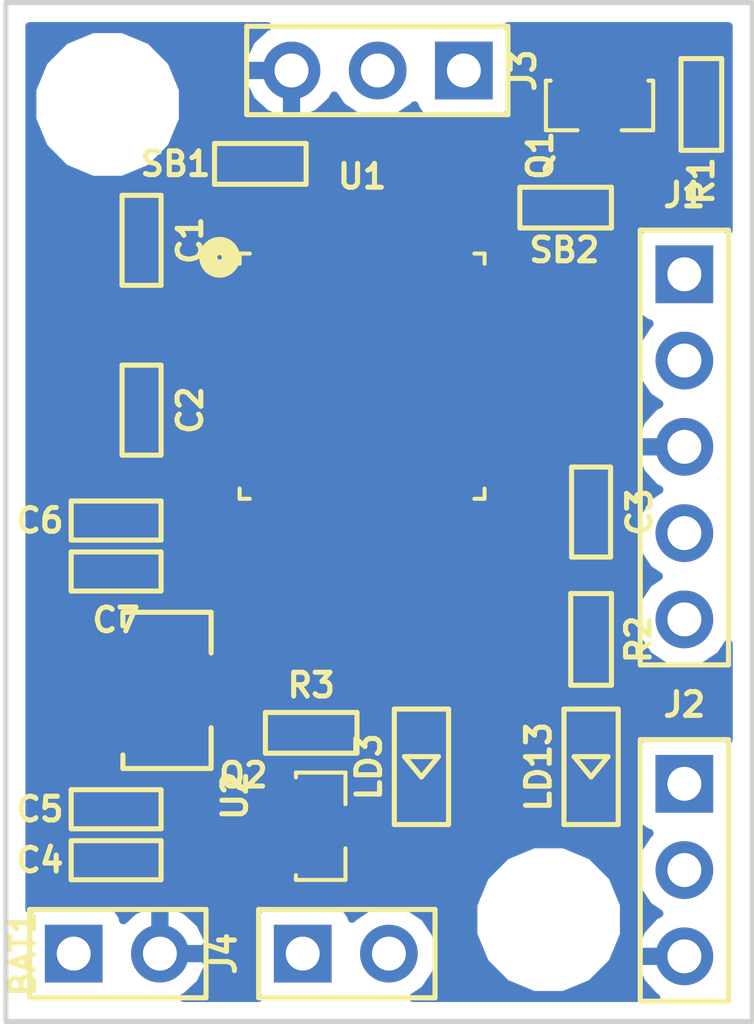
<source format=kicad_pcb>
(kicad_pcb (version 20171130) (host pcbnew 5.0.2-bee76a0~70~ubuntu18.04.1)

  (general
    (thickness 1.6)
    (drawings 4)
    (tracks 0)
    (zones 0)
    (modules 25)
    (nets 34)
  )

  (page A4)
  (title_block
    (date 2019-04-06)
  )

  (layers
    (0 F.Cu signal)
    (31 B.Cu signal)
    (32 B.Adhes user)
    (33 F.Adhes user)
    (34 B.Paste user)
    (35 F.Paste user)
    (36 B.SilkS user)
    (37 F.SilkS user)
    (38 B.Mask user)
    (39 F.Mask user)
    (40 Dwgs.User user)
    (41 Cmts.User user)
    (42 Eco1.User user)
    (43 Eco2.User user)
    (44 Edge.Cuts user)
    (45 Margin user)
    (46 B.CrtYd user)
    (47 F.CrtYd user)
    (48 B.Fab user)
    (49 F.Fab user)
  )

  (setup
    (last_trace_width 0.3)
    (trace_clearance 0.2)
    (zone_clearance 0.5)
    (zone_45_only no)
    (trace_min 0.2)
    (segment_width 0.2)
    (edge_width 0.15)
    (via_size 0.8)
    (via_drill 0.4)
    (via_min_size 0.4)
    (via_min_drill 0.3)
    (uvia_size 0.3)
    (uvia_drill 0.1)
    (uvias_allowed no)
    (uvia_min_size 0.2)
    (uvia_min_drill 0.1)
    (pcb_text_width 0.3)
    (pcb_text_size 1.5 1.5)
    (mod_edge_width 0.15)
    (mod_text_size 0.7 0.7)
    (mod_text_width 0.15)
    (pad_size 1.524 1.524)
    (pad_drill 0.762)
    (pad_to_mask_clearance 0.051)
    (solder_mask_min_width 0.25)
    (aux_axis_origin 0 0)
    (grid_origin 178 152)
    (visible_elements FFFFFF7F)
    (pcbplotparams
      (layerselection 0x010fc_ffffffff)
      (usegerberextensions false)
      (usegerberattributes false)
      (usegerberadvancedattributes false)
      (creategerberjobfile false)
      (excludeedgelayer true)
      (linewidth 0.100000)
      (plotframeref false)
      (viasonmask false)
      (mode 1)
      (useauxorigin false)
      (hpglpennumber 1)
      (hpglpenspeed 20)
      (hpglpendiameter 15.000000)
      (psnegative false)
      (psa4output false)
      (plotreference true)
      (plotvalue true)
      (plotinvisibletext false)
      (padsonsilk false)
      (subtractmaskfromsilk false)
      (outputformat 1)
      (mirror false)
      (drillshape 0)
      (scaleselection 1)
      (outputdirectory "Gerbers/"))
  )

  (net 0 "")
  (net 1 GND)
  (net 2 /NRST)
  (net 3 VDDA)
  (net 4 VCC)
  (net 5 /SENS_ENA)
  (net 6 "Net-(J4-Pad2)")
  (net 7 /PF0)
  (net 8 /PF1)
  (net 9 /BAT_LO)
  (net 10 /UART_TX)
  (net 11 /UART_RX)
  (net 12 "Net-(LD13-Pad2)")
  (net 13 /OUT1)
  (net 14 "Net-(LD3-Pad2)")
  (net 15 /SWDIO)
  (net 16 /SWCLK)
  (net 17 /PA11)
  (net 18 /ADC_SOIL1)
  (net 19 +5V)
  (net 20 "Net-(U1-Pad8)")
  (net 21 "Net-(U1-Pad9)")
  (net 22 "Net-(U1-Pad10)")
  (net 23 "Net-(U1-Pad11)")
  (net 24 "Net-(U1-Pad12)")
  (net 25 "Net-(U1-Pad13)")
  (net 26 "Net-(U1-Pad14)")
  (net 27 "Net-(U1-Pad22)")
  (net 28 "Net-(U1-Pad25)")
  (net 29 "Net-(U1-Pad26)")
  (net 30 "Net-(U1-Pad28)")
  (net 31 "Net-(U1-Pad29)")
  (net 32 "Net-(U1-Pad30)")
  (net 33 "Net-(SB1-Pad2)")

  (net_class Default "This is the default net class."
    (clearance 0.2)
    (trace_width 0.3)
    (via_dia 0.8)
    (via_drill 0.4)
    (uvia_dia 0.3)
    (uvia_drill 0.1)
    (add_net +5V)
    (add_net /ADC_SOIL1)
    (add_net /BAT_LO)
    (add_net /NRST)
    (add_net /OUT1)
    (add_net /PA11)
    (add_net /PF0)
    (add_net /PF1)
    (add_net /SENS_ENA)
    (add_net /SWCLK)
    (add_net /SWDIO)
    (add_net /UART_RX)
    (add_net /UART_TX)
    (add_net GND)
    (add_net "Net-(J4-Pad2)")
    (add_net "Net-(LD13-Pad2)")
    (add_net "Net-(LD3-Pad2)")
    (add_net "Net-(SB1-Pad2)")
    (add_net "Net-(U1-Pad10)")
    (add_net "Net-(U1-Pad11)")
    (add_net "Net-(U1-Pad12)")
    (add_net "Net-(U1-Pad13)")
    (add_net "Net-(U1-Pad14)")
    (add_net "Net-(U1-Pad22)")
    (add_net "Net-(U1-Pad25)")
    (add_net "Net-(U1-Pad26)")
    (add_net "Net-(U1-Pad28)")
    (add_net "Net-(U1-Pad29)")
    (add_net "Net-(U1-Pad30)")
    (add_net "Net-(U1-Pad8)")
    (add_net "Net-(U1-Pad9)")
    (add_net VCC)
    (add_net VDDA)
  )

  (module MRS_Connectors:SB0603 (layer F.Cu) (tedit 5CF92BEB) (tstamp 5CF94983)
    (at 228.5 87.0375 180)
    (path /5D002CD0)
    (fp_text reference SB2 (at 0.0375 -1.25 180) (layer F.SilkS)
      (effects (font (size 0.7 0.7) (thickness 0.15)))
    )
    (fp_text value SolderBridge (at 0 -1.25 180) (layer F.Fab) hide
      (effects (font (size 1 1) (thickness 0.15)))
    )
    (fp_text user %R (at 0.01 0.02 180) (layer F.Fab)
      (effects (font (size 0.4 0.4) (thickness 0.06)))
    )
    (fp_line (start -1.35 -0.6) (end -1.35 0.6) (layer F.SilkS) (width 0.15))
    (fp_poly (pts (xy -0.35 -0.475) (xy -0.35 0.475) (xy 0.01 0)) (layer F.Mask) (width 0))
    (fp_poly (pts (xy 0.35 -0.475) (xy 0.35 0.475) (xy -0.1 0.475) (xy 0.3 0)
      (xy -0.1 -0.475)) (layer F.Mask) (width 0))
    (fp_line (start -1.35 -0.6) (end 1.35 -0.6) (layer F.SilkS) (width 0.15))
    (fp_line (start 1.48 -0.73) (end 1.48 0.73) (layer F.CrtYd) (width 0.05))
    (fp_poly (pts (xy 0.35 -0.475) (xy 0.35 0.475) (xy -0.1 0.475) (xy 0.25 0)
      (xy -0.1 -0.475)) (layer F.Cu) (width 0))
    (fp_line (start 1.48 0.73) (end -1.48 0.73) (layer F.CrtYd) (width 0.05))
    (fp_poly (pts (xy -0.35 -0.475) (xy -0.35 0.475) (xy 0.01 0)) (layer F.Cu) (width 0))
    (fp_line (start 1.35 -0.6) (end 1.35 0.6) (layer F.SilkS) (width 0.15))
    (fp_line (start -1.35 0.6) (end 1.35 0.6) (layer F.SilkS) (width 0.15))
    (fp_line (start -1.48 -0.73) (end 1.48 -0.73) (layer F.CrtYd) (width 0.05))
    (fp_line (start -1.48 0.73) (end -1.48 -0.73) (layer F.CrtYd) (width 0.05))
    (fp_line (start 1.35 0.6) (end -1.35 0.6) (layer F.Fab) (width 0.15))
    (fp_line (start -1.35 -0.6) (end 1.35 -0.6) (layer F.Fab) (width 0.15))
    (fp_line (start 1.35 -0.6) (end 1.35 0.6) (layer F.Fab) (width 0.15))
    (fp_line (start -1.35 0.6) (end -1.35 -0.6) (layer F.Fab) (width 0.15))
    (pad 1 smd rect (at -0.7875 0 180) (size 0.875 0.95) (layers F.Cu F.Mask)
      (net 4 VCC) (zone_connect 0))
    (pad 2 smd rect (at 0.7875 0 180) (size 0.875 0.95) (layers F.Cu F.Mask)
      (net 3 VDDA))
  )

  (module MRS_Connectors:Header_1x02_P2.54mm (layer F.Cu) (tedit 5CF92883) (tstamp 5CF940FC)
    (at 214 109 90)
    (descr "Through hole straight pin header, 1x02, 2.54mm pitch, single row")
    (tags "Through hole pin header THT 1x02 2.54mm single row")
    (path /5CA6EBCF)
    (fp_text reference BAT1 (at 0 -1.5 90) (layer F.SilkS)
      (effects (font (size 0.7 0.7) (thickness 0.15)))
    )
    (fp_text value Battery (at 0 4.87 90) (layer F.Fab) hide
      (effects (font (size 1 1) (thickness 0.15)))
    )
    (fp_line (start -1.3 3.9) (end -1.3 3.8) (layer F.SilkS) (width 0.15))
    (fp_line (start 1.3 3.9) (end -1.3 3.9) (layer F.SilkS) (width 0.15))
    (fp_line (start 1.3 -1.3) (end 1.3 3.9) (layer F.SilkS) (width 0.15))
    (fp_line (start -1.3 -1.3) (end 1.3 -1.3) (layer F.SilkS) (width 0.15))
    (fp_line (start -1.3 3.8) (end -1.3 -1.3) (layer F.SilkS) (width 0.15))
    (fp_text user %R (at 0 1.27) (layer F.Fab)
      (effects (font (size 1 1) (thickness 0.15)))
    )
    (fp_line (start 1.8 -1.8) (end -1.8 -1.8) (layer F.CrtYd) (width 0.05))
    (fp_line (start 1.8 4.35) (end 1.8 -1.8) (layer F.CrtYd) (width 0.05))
    (fp_line (start -1.8 4.35) (end 1.8 4.35) (layer F.CrtYd) (width 0.05))
    (fp_line (start -1.8 -1.8) (end -1.8 4.35) (layer F.CrtYd) (width 0.05))
    (fp_line (start -1.27 -0.635) (end -0.635 -1.27) (layer F.Fab) (width 0.1))
    (fp_line (start -1.27 3.81) (end -1.27 -0.635) (layer F.Fab) (width 0.1))
    (fp_line (start 1.27 3.81) (end -1.27 3.81) (layer F.Fab) (width 0.1))
    (fp_line (start 1.27 -1.27) (end 1.27 3.81) (layer F.Fab) (width 0.1))
    (fp_line (start -0.635 -1.27) (end 1.27 -1.27) (layer F.Fab) (width 0.1))
    (pad 2 thru_hole oval (at 0 2.54 90) (size 1.7 1.7) (drill 1) (layers *.Cu *.Mask)
      (net 1 GND))
    (pad 1 thru_hole rect (at 0 0 90) (size 1.7 1.7) (drill 1) (layers *.Cu *.Mask)
      (net 19 +5V))
  )

  (module MRS_Connectors:Header_1x02_P2.54mm (layer F.Cu) (tedit 5CF92A7C) (tstamp 5CF940E8)
    (at 220.75 109 90)
    (descr "Through hole straight pin header, 1x02, 2.54mm pitch, single row")
    (tags "Through hole pin header THT 1x02 2.54mm single row")
    (path /5D028386)
    (fp_text reference J4 (at 0 -2.33 90) (layer F.SilkS)
      (effects (font (size 0.7 0.7) (thickness 0.15)))
    )
    (fp_text value Header_1x2 (at 0 4.87 90) (layer F.Fab) hide
      (effects (font (size 1 1) (thickness 0.15)))
    )
    (fp_line (start -0.635 -1.27) (end 1.27 -1.27) (layer F.Fab) (width 0.1))
    (fp_line (start 1.27 -1.27) (end 1.27 3.81) (layer F.Fab) (width 0.1))
    (fp_line (start 1.27 3.81) (end -1.27 3.81) (layer F.Fab) (width 0.1))
    (fp_line (start -1.27 3.81) (end -1.27 -0.635) (layer F.Fab) (width 0.1))
    (fp_line (start -1.27 -0.635) (end -0.635 -1.27) (layer F.Fab) (width 0.1))
    (fp_line (start -1.8 -1.8) (end -1.8 4.35) (layer F.CrtYd) (width 0.05))
    (fp_line (start -1.8 4.35) (end 1.8 4.35) (layer F.CrtYd) (width 0.05))
    (fp_line (start 1.8 4.35) (end 1.8 -1.8) (layer F.CrtYd) (width 0.05))
    (fp_line (start 1.8 -1.8) (end -1.8 -1.8) (layer F.CrtYd) (width 0.05))
    (fp_text user %R (at 0 1.27 180) (layer F.Fab)
      (effects (font (size 1 1) (thickness 0.15)))
    )
    (fp_line (start -1.3 3.8) (end -1.3 -1.3) (layer F.SilkS) (width 0.15))
    (fp_line (start -1.3 -1.3) (end 1.3 -1.3) (layer F.SilkS) (width 0.15))
    (fp_line (start 1.3 -1.3) (end 1.3 3.9) (layer F.SilkS) (width 0.15))
    (fp_line (start 1.3 3.9) (end -1.3 3.9) (layer F.SilkS) (width 0.15))
    (fp_line (start -1.3 3.9) (end -1.3 3.8) (layer F.SilkS) (width 0.15))
    (pad 1 thru_hole rect (at 0 0 90) (size 1.7 1.7) (drill 1) (layers *.Cu *.Mask)
      (net 19 +5V))
    (pad 2 thru_hole oval (at 0 2.54 90) (size 1.7 1.7) (drill 1) (layers *.Cu *.Mask)
      (net 6 "Net-(J4-Pad2)"))
  )

  (module MRS_Connectors:Header_1x03_P2.54mm (layer F.Cu) (tedit 5CF92879) (tstamp 5CF940D4)
    (at 232 104)
    (descr "Through hole straight pin header, 1x03, 2.54mm pitch, single row")
    (tags "Through hole pin header THT 1x03 2.54mm single row")
    (path /5D0289F1)
    (fp_text reference J2 (at 0 -2.33) (layer F.SilkS)
      (effects (font (size 0.7 0.7) (thickness 0.15)))
    )
    (fp_text value Header_1x3 (at 0 7.41) (layer F.Fab) hide
      (effects (font (size 1 1) (thickness 0.15)))
    )
    (fp_line (start 1.3 6.4) (end 1.3 -1.3) (layer F.SilkS) (width 0.15))
    (fp_line (start -1.3 6.4) (end 1.3 6.4) (layer F.SilkS) (width 0.15))
    (fp_line (start -1.3 -1.3) (end -1.3 6.4) (layer F.SilkS) (width 0.15))
    (fp_line (start 1.3 -1.3) (end -1.3 -1.3) (layer F.SilkS) (width 0.15))
    (fp_text user %R (at 0 2.54 90) (layer F.Fab)
      (effects (font (size 1 1) (thickness 0.15)))
    )
    (fp_line (start 1.8 -1.8) (end -1.8 -1.8) (layer F.CrtYd) (width 0.05))
    (fp_line (start 1.8 6.85) (end 1.8 -1.8) (layer F.CrtYd) (width 0.05))
    (fp_line (start -1.8 6.85) (end 1.8 6.85) (layer F.CrtYd) (width 0.05))
    (fp_line (start -1.8 -1.8) (end -1.8 6.85) (layer F.CrtYd) (width 0.05))
    (fp_line (start -1.27 -0.635) (end -0.635 -1.27) (layer F.Fab) (width 0.1))
    (fp_line (start -1.27 6.35) (end -1.27 -0.635) (layer F.Fab) (width 0.1))
    (fp_line (start 1.27 6.35) (end -1.27 6.35) (layer F.Fab) (width 0.1))
    (fp_line (start 1.27 -1.27) (end 1.27 6.35) (layer F.Fab) (width 0.1))
    (fp_line (start -0.635 -1.27) (end 1.27 -1.27) (layer F.Fab) (width 0.1))
    (pad 3 thru_hole oval (at 0 5.08) (size 1.7 1.7) (drill 1) (layers *.Cu *.Mask)
      (net 1 GND))
    (pad 2 thru_hole oval (at 0 2.54) (size 1.7 1.7) (drill 1) (layers *.Cu *.Mask)
      (net 11 /UART_RX))
    (pad 1 thru_hole rect (at 0 0) (size 1.7 1.7) (drill 1) (layers *.Cu *.Mask)
      (net 10 /UART_TX))
  )

  (module MRS_Connectors:Header_1x03_P2.54mm (layer F.Cu) (tedit 5CF92B34) (tstamp 5CF940C0)
    (at 225.5 83 270)
    (descr "Through hole straight pin header, 1x03, 2.54mm pitch, single row")
    (tags "Through hole pin header THT 1x03 2.54mm single row")
    (path /5D0282F4)
    (fp_text reference J3 (at 0 -1.75 270) (layer F.SilkS)
      (effects (font (size 0.7 0.7) (thickness 0.15)))
    )
    (fp_text value Header_1x3 (at 0 7.41 270) (layer F.Fab) hide
      (effects (font (size 1 1) (thickness 0.15)))
    )
    (fp_line (start -0.635 -1.27) (end 1.27 -1.27) (layer F.Fab) (width 0.1))
    (fp_line (start 1.27 -1.27) (end 1.27 6.35) (layer F.Fab) (width 0.1))
    (fp_line (start 1.27 6.35) (end -1.27 6.35) (layer F.Fab) (width 0.1))
    (fp_line (start -1.27 6.35) (end -1.27 -0.635) (layer F.Fab) (width 0.1))
    (fp_line (start -1.27 -0.635) (end -0.635 -1.27) (layer F.Fab) (width 0.1))
    (fp_line (start -1.8 -1.8) (end -1.8 6.85) (layer F.CrtYd) (width 0.05))
    (fp_line (start -1.8 6.85) (end 1.8 6.85) (layer F.CrtYd) (width 0.05))
    (fp_line (start 1.8 6.85) (end 1.8 -1.8) (layer F.CrtYd) (width 0.05))
    (fp_line (start 1.8 -1.8) (end -1.8 -1.8) (layer F.CrtYd) (width 0.05))
    (fp_text user %R (at 0 2.54) (layer F.Fab)
      (effects (font (size 1 1) (thickness 0.15)))
    )
    (fp_line (start 1.3 -1.3) (end -1.3 -1.3) (layer F.SilkS) (width 0.15))
    (fp_line (start -1.3 -1.3) (end -1.3 6.4) (layer F.SilkS) (width 0.15))
    (fp_line (start -1.3 6.4) (end 1.3 6.4) (layer F.SilkS) (width 0.15))
    (fp_line (start 1.3 6.4) (end 1.3 -1.3) (layer F.SilkS) (width 0.15))
    (pad 1 thru_hole rect (at 0 0 270) (size 1.7 1.7) (drill 1) (layers *.Cu *.Mask)
      (net 3 VDDA))
    (pad 2 thru_hole oval (at 0 2.54 270) (size 1.7 1.7) (drill 1) (layers *.Cu *.Mask)
      (net 18 /ADC_SOIL1))
    (pad 3 thru_hole oval (at 0 5.08 270) (size 1.7 1.7) (drill 1) (layers *.Cu *.Mask)
      (net 1 GND))
  )

  (module MRS_Connectors:Header_1x05_P2.54mm (layer F.Cu) (tedit 5C6BD4CF) (tstamp 5CF92E74)
    (at 232 89)
    (descr "Through hole straight pin header, 1x05, 2.54mm pitch, single row")
    (tags "Through hole pin header THT 1x05 2.54mm single row")
    (path /5CAE6D61)
    (fp_text reference J1 (at 0 -2.33) (layer F.SilkS)
      (effects (font (size 0.7 0.7) (thickness 0.15)))
    )
    (fp_text value SWO (at 0 12.49) (layer F.Fab)
      (effects (font (size 1 1) (thickness 0.15)))
    )
    (fp_line (start -0.635 -1.27) (end 1.27 -1.27) (layer F.Fab) (width 0.1))
    (fp_line (start 1.27 -1.27) (end 1.27 11.43) (layer F.Fab) (width 0.1))
    (fp_line (start 1.27 11.43) (end -1.27 11.43) (layer F.Fab) (width 0.1))
    (fp_line (start -1.27 11.43) (end -1.27 -0.635) (layer F.Fab) (width 0.1))
    (fp_line (start -1.27 -0.635) (end -0.635 -1.27) (layer F.Fab) (width 0.1))
    (fp_line (start -1.8 -1.8) (end -1.8 11.95) (layer F.CrtYd) (width 0.05))
    (fp_line (start -1.8 11.95) (end 1.8 11.95) (layer F.CrtYd) (width 0.05))
    (fp_line (start 1.8 11.95) (end 1.8 -1.8) (layer F.CrtYd) (width 0.05))
    (fp_line (start 1.8 -1.8) (end -1.8 -1.8) (layer F.CrtYd) (width 0.05))
    (fp_text user %R (at 0 5.08 90) (layer F.Fab)
      (effects (font (size 1 1) (thickness 0.15)))
    )
    (fp_line (start 1.3 -1.3) (end -1.3 -1.3) (layer F.SilkS) (width 0.15))
    (fp_line (start -1.3 -1.3) (end -1.3 11.5) (layer F.SilkS) (width 0.15))
    (fp_line (start -1.3 11.5) (end 1.3 11.5) (layer F.SilkS) (width 0.15))
    (fp_line (start 1.3 11.5) (end 1.3 -1.3) (layer F.SilkS) (width 0.15))
    (pad 1 thru_hole rect (at 0 0) (size 1.7 1.7) (drill 1) (layers *.Cu *.Mask)
      (net 4 VCC))
    (pad 2 thru_hole oval (at 0 2.54) (size 1.7 1.7) (drill 1) (layers *.Cu *.Mask)
      (net 16 /SWCLK))
    (pad 3 thru_hole oval (at 0 5.08) (size 1.7 1.7) (drill 1) (layers *.Cu *.Mask)
      (net 1 GND))
    (pad 4 thru_hole oval (at 0 7.62) (size 1.7 1.7) (drill 1) (layers *.Cu *.Mask)
      (net 15 /SWDIO))
    (pad 5 thru_hole oval (at 0 10.16) (size 1.7 1.7) (drill 1) (layers *.Cu *.Mask)
      (net 2 /NRST))
  )

  (module MRS_Connectors:SB0603 (layer F.Cu) (tedit 5CF92847) (tstamp 5CF92E1C)
    (at 219.5 85.75)
    (path /5D028FCF)
    (fp_text reference SB1 (at -2.5 0) (layer F.SilkS)
      (effects (font (size 0.7 0.7) (thickness 0.15)))
    )
    (fp_text value SolderBridge (at 0 -1.25) (layer F.Fab) hide
      (effects (font (size 1 1) (thickness 0.15)))
    )
    (fp_text user %R (at 0.01 0.02) (layer F.Fab)
      (effects (font (size 0.4 0.4) (thickness 0.06)))
    )
    (fp_line (start -1.35 -0.6) (end -1.35 0.6) (layer F.SilkS) (width 0.15))
    (fp_poly (pts (xy -0.35 -0.475) (xy -0.35 0.475) (xy 0.01 0)) (layer F.Mask) (width 0))
    (fp_poly (pts (xy 0.35 -0.475) (xy 0.35 0.475) (xy -0.1 0.475) (xy 0.3 0)
      (xy -0.1 -0.475)) (layer F.Mask) (width 0))
    (fp_line (start -1.35 -0.6) (end 1.35 -0.6) (layer F.SilkS) (width 0.15))
    (fp_line (start 1.48 -0.73) (end 1.48 0.73) (layer F.CrtYd) (width 0.05))
    (fp_poly (pts (xy 0.35 -0.475) (xy 0.35 0.475) (xy -0.1 0.475) (xy 0.25 0)
      (xy -0.1 -0.475)) (layer F.Cu) (width 0))
    (fp_line (start 1.48 0.73) (end -1.48 0.73) (layer F.CrtYd) (width 0.05))
    (fp_poly (pts (xy -0.35 -0.475) (xy -0.35 0.475) (xy 0.01 0)) (layer F.Cu) (width 0))
    (fp_line (start 1.35 -0.6) (end 1.35 0.6) (layer F.SilkS) (width 0.15))
    (fp_line (start -1.35 0.6) (end 1.35 0.6) (layer F.SilkS) (width 0.15))
    (fp_line (start -1.48 -0.73) (end 1.48 -0.73) (layer F.CrtYd) (width 0.05))
    (fp_line (start -1.48 0.73) (end -1.48 -0.73) (layer F.CrtYd) (width 0.05))
    (fp_line (start 1.35 0.6) (end -1.35 0.6) (layer F.Fab) (width 0.15))
    (fp_line (start -1.35 -0.6) (end 1.35 -0.6) (layer F.Fab) (width 0.15))
    (fp_line (start 1.35 -0.6) (end 1.35 0.6) (layer F.Fab) (width 0.15))
    (fp_line (start -1.35 0.6) (end -1.35 -0.6) (layer F.Fab) (width 0.15))
    (pad 1 smd rect (at -0.7875 0) (size 0.875 0.95) (layers F.Cu F.Mask)
      (net 1 GND) (zone_connect 0))
    (pad 2 smd rect (at 0.7875 0) (size 0.875 0.95) (layers F.Cu F.Mask)
      (net 33 "Net-(SB1-Pad2)"))
  )

  (module MRS_Diodes:LED_0805 (layer F.Cu) (tedit 5CF92CEC) (tstamp 5CF92E05)
    (at 224.25 103.5 90)
    (path /5CA03BD4)
    (fp_text reference LD3 (at 0 -1.55 90) (layer F.SilkS)
      (effects (font (size 0.7 0.7) (thickness 0.15)))
    )
    (fp_text value ORANGE (at 0 1.7 90) (layer F.Fab) hide
      (effects (font (size 1 1) (thickness 0.15)))
    )
    (fp_line (start -0.3 0) (end 0.3 -0.5) (layer F.SilkS) (width 0.15))
    (fp_line (start 0.3 0.5) (end -0.3 0) (layer F.SilkS) (width 0.15))
    (fp_line (start 0.3 -0.5) (end 0.3 0.5) (layer F.SilkS) (width 0.15))
    (fp_line (start -1.5 -0.8) (end 1.5 -0.8) (layer F.Fab) (width 0.1))
    (fp_line (start 1.5 -0.8) (end 1.5 0.8) (layer F.Fab) (width 0.1))
    (fp_text user %R (at 0 0 90) (layer F.Fab)
      (effects (font (size 0.7 0.7) (thickness 0.1)))
    )
    (fp_line (start 1.5 0.8) (end -1.5 0.8) (layer F.Fab) (width 0.1))
    (fp_line (start -1.5 0.8) (end -1.5 -0.8) (layer F.Fab) (width 0.1))
    (fp_line (start -1.7 0.8) (end -1.7 -0.8) (layer F.SilkS) (width 0.15))
    (fp_line (start 1.7 0.8) (end -1.7 0.8) (layer F.SilkS) (width 0.15))
    (fp_line (start 1.7 -0.8) (end 1.7 0.8) (layer F.SilkS) (width 0.15))
    (fp_line (start -1.7 -0.8) (end 1.7 -0.8) (layer F.SilkS) (width 0.15))
    (fp_line (start 1.85 0.95) (end -1.85 0.95) (layer F.CrtYd) (width 0.05))
    (fp_line (start 1.85 -0.95) (end 1.85 0.95) (layer F.CrtYd) (width 0.05))
    (fp_line (start -1.85 -0.95) (end 1.85 -0.95) (layer F.CrtYd) (width 0.05))
    (fp_line (start -1.85 0.95) (end -1.85 -0.95) (layer F.CrtYd) (width 0.05))
    (pad 2 smd rect (at 1.025 0 90) (size 1.15 1.4) (layers F.Cu F.Paste F.Mask)
      (net 14 "Net-(LD3-Pad2)"))
    (pad 1 smd rect (at -1.025 0 90) (size 1.15 1.4) (layers F.Cu F.Paste F.Mask)
      (net 1 GND))
    (model ${MRS_LIBS}/MRS_Diodes/3D_Models/LED_0805_2012Metric_Castellated.step
      (at (xyz 0 0 0))
      (scale (xyz 1 1 1))
      (rotate (xyz 0 0 0))
    )
  )

  (module MRS_Diodes:LED_0805 (layer F.Cu) (tedit 5CF92EC9) (tstamp 5CF92DEF)
    (at 229.25 103.5 90)
    (path /5CA03D99)
    (fp_text reference LD13 (at 0 -1.55 90) (layer F.SilkS)
      (effects (font (size 0.7 0.7) (thickness 0.15)))
    )
    (fp_text value RED (at 0 1.7 90) (layer F.Fab) hide
      (effects (font (size 1 1) (thickness 0.15)))
    )
    (fp_line (start -1.85 0.95) (end -1.85 -0.95) (layer F.CrtYd) (width 0.05))
    (fp_line (start -1.85 -0.95) (end 1.85 -0.95) (layer F.CrtYd) (width 0.05))
    (fp_line (start 1.85 -0.95) (end 1.85 0.95) (layer F.CrtYd) (width 0.05))
    (fp_line (start 1.85 0.95) (end -1.85 0.95) (layer F.CrtYd) (width 0.05))
    (fp_line (start -1.7 -0.8) (end 1.7 -0.8) (layer F.SilkS) (width 0.15))
    (fp_line (start 1.7 -0.8) (end 1.7 0.8) (layer F.SilkS) (width 0.15))
    (fp_line (start 1.7 0.8) (end -1.7 0.8) (layer F.SilkS) (width 0.15))
    (fp_line (start -1.7 0.8) (end -1.7 -0.8) (layer F.SilkS) (width 0.15))
    (fp_line (start -1.5 0.8) (end -1.5 -0.8) (layer F.Fab) (width 0.1))
    (fp_line (start 1.5 0.8) (end -1.5 0.8) (layer F.Fab) (width 0.1))
    (fp_text user %R (at 0 0 90) (layer F.Fab)
      (effects (font (size 0.7 0.7) (thickness 0.1)))
    )
    (fp_line (start 1.5 -0.8) (end 1.5 0.8) (layer F.Fab) (width 0.1))
    (fp_line (start -1.5 -0.8) (end 1.5 -0.8) (layer F.Fab) (width 0.1))
    (fp_line (start 0.3 -0.5) (end 0.3 0.5) (layer F.SilkS) (width 0.15))
    (fp_line (start 0.3 0.5) (end -0.3 0) (layer F.SilkS) (width 0.15))
    (fp_line (start -0.3 0) (end 0.3 -0.5) (layer F.SilkS) (width 0.15))
    (pad 1 smd rect (at -1.025 0 90) (size 1.15 1.4) (layers F.Cu F.Paste F.Mask)
      (net 1 GND))
    (pad 2 smd rect (at 1.025 0 90) (size 1.15 1.4) (layers F.Cu F.Paste F.Mask)
      (net 12 "Net-(LD13-Pad2)"))
    (model ${MRS_LIBS}/MRS_Diodes/3D_Models/LED_0805_2012Metric_Castellated.step
      (at (xyz 0 0 0))
      (scale (xyz 1 1 1))
      (rotate (xyz 0 0 0))
    )
  )

  (module MRS_Mechanical:Mounting_hole_unplated_3,2mm (layer F.Cu) (tedit 5CAEFFE3) (tstamp 5CF964DB)
    (at 215 84)
    (path /5CB29AA5)
    (fp_text reference H1 (at 0 2.275) (layer F.SilkS) hide
      (effects (font (size 0.7 0.7) (thickness 0.15)))
    )
    (fp_text value Mounting_hole_unplated_3,2mm (at 0 -2.25) (layer F.Fab) hide
      (effects (font (size 1 1) (thickness 0.15)))
    )
    (fp_circle (center 0 0) (end 1.6 0) (layer F.Fab) (width 0.1))
    (fp_circle (center 0 0) (end 1.6 0) (layer B.Fab) (width 0.1))
    (fp_circle (center 0 0) (end 1.75 0) (layer B.CrtYd) (width 0.1))
    (fp_circle (center 0 0) (end 1.75 0) (layer F.CrtYd) (width 0.1))
    (pad "" np_thru_hole circle (at 0 0) (size 3.2 3.2) (drill 3.2) (layers *.Cu *.Mask))
  )

  (module MRS_Mechanical:Mounting_hole_unplated_3,2mm (layer F.Cu) (tedit 5CAEFFE3) (tstamp 5CF92DC7)
    (at 228 108)
    (path /5CB07C28)
    (fp_text reference H2 (at 0 2.275) (layer F.SilkS) hide
      (effects (font (size 0.7 0.7) (thickness 0.15)))
    )
    (fp_text value Mounting_hole_unplated_3,2mm (at 0 -2.25) (layer F.Fab) hide
      (effects (font (size 1 1) (thickness 0.15)))
    )
    (fp_circle (center 0 0) (end 1.6 0) (layer F.Fab) (width 0.1))
    (fp_circle (center 0 0) (end 1.6 0) (layer B.Fab) (width 0.1))
    (fp_circle (center 0 0) (end 1.75 0) (layer B.CrtYd) (width 0.1))
    (fp_circle (center 0 0) (end 1.75 0) (layer F.CrtYd) (width 0.1))
    (pad "" np_thru_hole circle (at 0 0) (size 3.2 3.2) (drill 3.2) (layers *.Cu *.Mask))
  )

  (module MRS_Passives:C0603 (layer F.Cu) (tedit 5CF928F9) (tstamp 5CF92DBE)
    (at 216 88 270)
    (descr "Capacitor SMD 0603 (1608 Metric), square (rectangular) end terminal, IPC_7351 nominal, (Body size source: http://www.tortai-tech.com/upload/download/2011102023233369053.pdf), generated with kicad-footprint-generator")
    (tags capacitor)
    (path /5CA1A1FA)
    (attr smd)
    (fp_text reference C1 (at 0 -1.43 270) (layer F.SilkS)
      (effects (font (size 0.7 0.7) (thickness 0.15)))
    )
    (fp_text value 1uF (at 0 1.43 270) (layer F.Fab) hide
      (effects (font (size 1 1) (thickness 0.15)))
    )
    (fp_line (start -1.3 -0.55) (end 1.3 -0.55) (layer F.Fab) (width 0.1))
    (fp_line (start 1.3 -0.55) (end 1.3 0.55) (layer F.Fab) (width 0.1))
    (fp_line (start -1.48 0.73) (end -1.48 -0.73) (layer F.CrtYd) (width 0.05))
    (fp_line (start -1.48 -0.73) (end 1.48 -0.73) (layer F.CrtYd) (width 0.05))
    (fp_line (start 1.48 -0.73) (end 1.48 0.73) (layer F.CrtYd) (width 0.05))
    (fp_line (start 1.48 0.73) (end -1.48 0.73) (layer F.CrtYd) (width 0.05))
    (fp_text user %R (at 0 0 270) (layer F.Fab)
      (effects (font (size 0.6 0.6) (thickness 0.1)))
    )
    (fp_line (start -1.325 -0.575) (end 1.325 -0.575) (layer F.SilkS) (width 0.15))
    (fp_line (start 1.325 -0.575) (end 1.325 0.575) (layer F.SilkS) (width 0.15))
    (fp_line (start 1.325 0.575) (end -1.325 0.575) (layer F.SilkS) (width 0.15))
    (fp_line (start -1.325 0.575) (end -1.325 -0.575) (layer F.SilkS) (width 0.15))
    (fp_line (start -1.3 0.55) (end -1.3 -0.55) (layer F.Fab) (width 0.1))
    (fp_line (start 1.3 0.55) (end -1.3 0.55) (layer F.Fab) (width 0.1))
    (pad 1 smd roundrect (at -0.7875 0 270) (size 0.875 0.95) (layers F.Cu F.Paste F.Mask) (roundrect_rratio 0.25)
      (net 4 VCC))
    (pad 2 smd roundrect (at 0.7875 0 270) (size 0.875 0.95) (layers F.Cu F.Paste F.Mask) (roundrect_rratio 0.25)
      (net 1 GND))
    (model ${MRS_LIBS}/MRS_Passives/3D_Models/C_0603_1608Metric.step
      (at (xyz 0 0 0))
      (scale (xyz 1 1 1))
      (rotate (xyz 0 0 0))
    )
  )

  (module MRS_Passives:C0603 (layer F.Cu) (tedit 5CF928D7) (tstamp 5CF92DAB)
    (at 216 93 270)
    (descr "Capacitor SMD 0603 (1608 Metric), square (rectangular) end terminal, IPC_7351 nominal, (Body size source: http://www.tortai-tech.com/upload/download/2011102023233369053.pdf), generated with kicad-footprint-generator")
    (tags capacitor)
    (path /5CA1AEDD)
    (attr smd)
    (fp_text reference C2 (at 0 -1.43 270) (layer F.SilkS)
      (effects (font (size 0.7 0.7) (thickness 0.15)))
    )
    (fp_text value 0.1uF (at 0 1.43 270) (layer F.Fab) hide
      (effects (font (size 1 1) (thickness 0.15)))
    )
    (fp_line (start 1.3 0.55) (end -1.3 0.55) (layer F.Fab) (width 0.1))
    (fp_line (start -1.3 0.55) (end -1.3 -0.55) (layer F.Fab) (width 0.1))
    (fp_line (start -1.325 0.575) (end -1.325 -0.575) (layer F.SilkS) (width 0.15))
    (fp_line (start 1.325 0.575) (end -1.325 0.575) (layer F.SilkS) (width 0.15))
    (fp_line (start 1.325 -0.575) (end 1.325 0.575) (layer F.SilkS) (width 0.15))
    (fp_line (start -1.325 -0.575) (end 1.325 -0.575) (layer F.SilkS) (width 0.15))
    (fp_text user %R (at 0 0 270) (layer F.Fab)
      (effects (font (size 0.6 0.6) (thickness 0.1)))
    )
    (fp_line (start 1.48 0.73) (end -1.48 0.73) (layer F.CrtYd) (width 0.05))
    (fp_line (start 1.48 -0.73) (end 1.48 0.73) (layer F.CrtYd) (width 0.05))
    (fp_line (start -1.48 -0.73) (end 1.48 -0.73) (layer F.CrtYd) (width 0.05))
    (fp_line (start -1.48 0.73) (end -1.48 -0.73) (layer F.CrtYd) (width 0.05))
    (fp_line (start 1.3 -0.55) (end 1.3 0.55) (layer F.Fab) (width 0.1))
    (fp_line (start -1.3 -0.55) (end 1.3 -0.55) (layer F.Fab) (width 0.1))
    (pad 2 smd roundrect (at 0.7875 0 270) (size 0.875 0.95) (layers F.Cu F.Paste F.Mask) (roundrect_rratio 0.25)
      (net 1 GND))
    (pad 1 smd roundrect (at -0.7875 0 270) (size 0.875 0.95) (layers F.Cu F.Paste F.Mask) (roundrect_rratio 0.25)
      (net 4 VCC))
    (model ${MRS_LIBS}/MRS_Passives/3D_Models/C_0603_1608Metric.step
      (at (xyz 0 0 0))
      (scale (xyz 1 1 1))
      (rotate (xyz 0 0 0))
    )
  )

  (module MRS_Passives:C0603 (layer F.Cu) (tedit 5CF928D3) (tstamp 5CF92D98)
    (at 229.25 96 270)
    (descr "Capacitor SMD 0603 (1608 Metric), square (rectangular) end terminal, IPC_7351 nominal, (Body size source: http://www.tortai-tech.com/upload/download/2011102023233369053.pdf), generated with kicad-footprint-generator")
    (tags capacitor)
    (path /5CA1BA39)
    (attr smd)
    (fp_text reference C3 (at 0 -1.43 270) (layer F.SilkS)
      (effects (font (size 0.7 0.7) (thickness 0.15)))
    )
    (fp_text value 0.1uF (at 0 1.43 270) (layer F.Fab) hide
      (effects (font (size 1 1) (thickness 0.15)))
    )
    (fp_line (start -1.3 -0.55) (end 1.3 -0.55) (layer F.Fab) (width 0.1))
    (fp_line (start 1.3 -0.55) (end 1.3 0.55) (layer F.Fab) (width 0.1))
    (fp_line (start -1.48 0.73) (end -1.48 -0.73) (layer F.CrtYd) (width 0.05))
    (fp_line (start -1.48 -0.73) (end 1.48 -0.73) (layer F.CrtYd) (width 0.05))
    (fp_line (start 1.48 -0.73) (end 1.48 0.73) (layer F.CrtYd) (width 0.05))
    (fp_line (start 1.48 0.73) (end -1.48 0.73) (layer F.CrtYd) (width 0.05))
    (fp_text user %R (at 0 0 270) (layer F.Fab)
      (effects (font (size 0.6 0.6) (thickness 0.1)))
    )
    (fp_line (start -1.325 -0.575) (end 1.325 -0.575) (layer F.SilkS) (width 0.15))
    (fp_line (start 1.325 -0.575) (end 1.325 0.575) (layer F.SilkS) (width 0.15))
    (fp_line (start 1.325 0.575) (end -1.325 0.575) (layer F.SilkS) (width 0.15))
    (fp_line (start -1.325 0.575) (end -1.325 -0.575) (layer F.SilkS) (width 0.15))
    (fp_line (start -1.3 0.55) (end -1.3 -0.55) (layer F.Fab) (width 0.1))
    (fp_line (start 1.3 0.55) (end -1.3 0.55) (layer F.Fab) (width 0.1))
    (pad 1 smd roundrect (at -0.7875 0 270) (size 0.875 0.95) (layers F.Cu F.Paste F.Mask) (roundrect_rratio 0.25)
      (net 4 VCC))
    (pad 2 smd roundrect (at 0.7875 0 270) (size 0.875 0.95) (layers F.Cu F.Paste F.Mask) (roundrect_rratio 0.25)
      (net 1 GND))
    (model ${MRS_LIBS}/MRS_Passives/3D_Models/C_0603_1608Metric.step
      (at (xyz 0 0 0))
      (scale (xyz 1 1 1))
      (rotate (xyz 0 0 0))
    )
  )

  (module MRS_Passives:C0603 (layer F.Cu) (tedit 5CF92A8C) (tstamp 5CF92D85)
    (at 215.25 106.25)
    (descr "Capacitor SMD 0603 (1608 Metric), square (rectangular) end terminal, IPC_7351 nominal, (Body size source: http://www.tortai-tech.com/upload/download/2011102023233369053.pdf), generated with kicad-footprint-generator")
    (tags capacitor)
    (path /5CA26A1F)
    (attr smd)
    (fp_text reference C4 (at -2.25 0) (layer F.SilkS)
      (effects (font (size 0.7 0.7) (thickness 0.15)))
    )
    (fp_text value 10uF (at 0 1.43) (layer F.Fab) hide
      (effects (font (size 1 1) (thickness 0.15)))
    )
    (fp_line (start 1.3 0.55) (end -1.3 0.55) (layer F.Fab) (width 0.1))
    (fp_line (start -1.3 0.55) (end -1.3 -0.55) (layer F.Fab) (width 0.1))
    (fp_line (start -1.325 0.575) (end -1.325 -0.575) (layer F.SilkS) (width 0.15))
    (fp_line (start 1.325 0.575) (end -1.325 0.575) (layer F.SilkS) (width 0.15))
    (fp_line (start 1.325 -0.575) (end 1.325 0.575) (layer F.SilkS) (width 0.15))
    (fp_line (start -1.325 -0.575) (end 1.325 -0.575) (layer F.SilkS) (width 0.15))
    (fp_text user %R (at 0 0) (layer F.Fab)
      (effects (font (size 0.6 0.6) (thickness 0.1)))
    )
    (fp_line (start 1.48 0.73) (end -1.48 0.73) (layer F.CrtYd) (width 0.05))
    (fp_line (start 1.48 -0.73) (end 1.48 0.73) (layer F.CrtYd) (width 0.05))
    (fp_line (start -1.48 -0.73) (end 1.48 -0.73) (layer F.CrtYd) (width 0.05))
    (fp_line (start -1.48 0.73) (end -1.48 -0.73) (layer F.CrtYd) (width 0.05))
    (fp_line (start 1.3 -0.55) (end 1.3 0.55) (layer F.Fab) (width 0.1))
    (fp_line (start -1.3 -0.55) (end 1.3 -0.55) (layer F.Fab) (width 0.1))
    (pad 2 smd roundrect (at 0.7875 0) (size 0.875 0.95) (layers F.Cu F.Paste F.Mask) (roundrect_rratio 0.25)
      (net 1 GND))
    (pad 1 smd roundrect (at -0.7875 0) (size 0.875 0.95) (layers F.Cu F.Paste F.Mask) (roundrect_rratio 0.25)
      (net 19 +5V))
    (model ${MRS_LIBS}/MRS_Passives/3D_Models/C_0603_1608Metric.step
      (at (xyz 0 0 0))
      (scale (xyz 1 1 1))
      (rotate (xyz 0 0 0))
    )
  )

  (module MRS_Passives:C0603 (layer F.Cu) (tedit 5CF92A91) (tstamp 5CF92D72)
    (at 215.25 104.75)
    (descr "Capacitor SMD 0603 (1608 Metric), square (rectangular) end terminal, IPC_7351 nominal, (Body size source: http://www.tortai-tech.com/upload/download/2011102023233369053.pdf), generated with kicad-footprint-generator")
    (tags capacitor)
    (path /5CA26949)
    (attr smd)
    (fp_text reference C5 (at -2.25 0) (layer F.SilkS)
      (effects (font (size 0.7 0.7) (thickness 0.15)))
    )
    (fp_text value 1uF (at 0 1.43) (layer F.Fab) hide
      (effects (font (size 1 1) (thickness 0.15)))
    )
    (fp_line (start -1.3 -0.55) (end 1.3 -0.55) (layer F.Fab) (width 0.1))
    (fp_line (start 1.3 -0.55) (end 1.3 0.55) (layer F.Fab) (width 0.1))
    (fp_line (start -1.48 0.73) (end -1.48 -0.73) (layer F.CrtYd) (width 0.05))
    (fp_line (start -1.48 -0.73) (end 1.48 -0.73) (layer F.CrtYd) (width 0.05))
    (fp_line (start 1.48 -0.73) (end 1.48 0.73) (layer F.CrtYd) (width 0.05))
    (fp_line (start 1.48 0.73) (end -1.48 0.73) (layer F.CrtYd) (width 0.05))
    (fp_text user %R (at 0 0) (layer F.Fab)
      (effects (font (size 0.6 0.6) (thickness 0.1)))
    )
    (fp_line (start -1.325 -0.575) (end 1.325 -0.575) (layer F.SilkS) (width 0.15))
    (fp_line (start 1.325 -0.575) (end 1.325 0.575) (layer F.SilkS) (width 0.15))
    (fp_line (start 1.325 0.575) (end -1.325 0.575) (layer F.SilkS) (width 0.15))
    (fp_line (start -1.325 0.575) (end -1.325 -0.575) (layer F.SilkS) (width 0.15))
    (fp_line (start -1.3 0.55) (end -1.3 -0.55) (layer F.Fab) (width 0.1))
    (fp_line (start 1.3 0.55) (end -1.3 0.55) (layer F.Fab) (width 0.1))
    (pad 1 smd roundrect (at -0.7875 0) (size 0.875 0.95) (layers F.Cu F.Paste F.Mask) (roundrect_rratio 0.25)
      (net 19 +5V))
    (pad 2 smd roundrect (at 0.7875 0) (size 0.875 0.95) (layers F.Cu F.Paste F.Mask) (roundrect_rratio 0.25)
      (net 1 GND))
    (model ${MRS_LIBS}/MRS_Passives/3D_Models/C_0603_1608Metric.step
      (at (xyz 0 0 0))
      (scale (xyz 1 1 1))
      (rotate (xyz 0 0 0))
    )
  )

  (module MRS_Passives:C0603 (layer F.Cu) (tedit 5CF92B0B) (tstamp 5CF92D5F)
    (at 215.25 97.75 180)
    (descr "Capacitor SMD 0603 (1608 Metric), square (rectangular) end terminal, IPC_7351 nominal, (Body size source: http://www.tortai-tech.com/upload/download/2011102023233369053.pdf), generated with kicad-footprint-generator")
    (tags capacitor)
    (path /5CAD3BF7)
    (attr smd)
    (fp_text reference C7 (at 0 -1.43 180) (layer F.SilkS)
      (effects (font (size 0.7 0.7) (thickness 0.15)))
    )
    (fp_text value 1uF (at 0 1.43 180) (layer F.Fab) hide
      (effects (font (size 1 1) (thickness 0.15)))
    )
    (fp_line (start 1.3 0.55) (end -1.3 0.55) (layer F.Fab) (width 0.1))
    (fp_line (start -1.3 0.55) (end -1.3 -0.55) (layer F.Fab) (width 0.1))
    (fp_line (start -1.325 0.575) (end -1.325 -0.575) (layer F.SilkS) (width 0.15))
    (fp_line (start 1.325 0.575) (end -1.325 0.575) (layer F.SilkS) (width 0.15))
    (fp_line (start 1.325 -0.575) (end 1.325 0.575) (layer F.SilkS) (width 0.15))
    (fp_line (start -1.325 -0.575) (end 1.325 -0.575) (layer F.SilkS) (width 0.15))
    (fp_text user %R (at 0 0 180) (layer F.Fab)
      (effects (font (size 0.6 0.6) (thickness 0.1)))
    )
    (fp_line (start 1.48 0.73) (end -1.48 0.73) (layer F.CrtYd) (width 0.05))
    (fp_line (start 1.48 -0.73) (end 1.48 0.73) (layer F.CrtYd) (width 0.05))
    (fp_line (start -1.48 -0.73) (end 1.48 -0.73) (layer F.CrtYd) (width 0.05))
    (fp_line (start -1.48 0.73) (end -1.48 -0.73) (layer F.CrtYd) (width 0.05))
    (fp_line (start 1.3 -0.55) (end 1.3 0.55) (layer F.Fab) (width 0.1))
    (fp_line (start -1.3 -0.55) (end 1.3 -0.55) (layer F.Fab) (width 0.1))
    (pad 2 smd roundrect (at 0.7875 0 180) (size 0.875 0.95) (layers F.Cu F.Paste F.Mask) (roundrect_rratio 0.25)
      (net 1 GND))
    (pad 1 smd roundrect (at -0.7875 0 180) (size 0.875 0.95) (layers F.Cu F.Paste F.Mask) (roundrect_rratio 0.25)
      (net 4 VCC))
    (model ${MRS_LIBS}/MRS_Passives/3D_Models/C_0603_1608Metric.step
      (at (xyz 0 0 0))
      (scale (xyz 1 1 1))
      (rotate (xyz 0 0 0))
    )
  )

  (module MRS_Passives:C0603 (layer F.Cu) (tedit 5CF92A7A) (tstamp 5CF92D4C)
    (at 215.25 96.25)
    (descr "Capacitor SMD 0603 (1608 Metric), square (rectangular) end terminal, IPC_7351 nominal, (Body size source: http://www.tortai-tech.com/upload/download/2011102023233369053.pdf), generated with kicad-footprint-generator")
    (tags capacitor)
    (path /5CAD3977)
    (attr smd)
    (fp_text reference C6 (at -2.25 0) (layer F.SilkS)
      (effects (font (size 0.7 0.7) (thickness 0.15)))
    )
    (fp_text value 10uF (at 0 1.43) (layer F.Fab) hide
      (effects (font (size 1 1) (thickness 0.15)))
    )
    (fp_line (start -1.3 -0.55) (end 1.3 -0.55) (layer F.Fab) (width 0.1))
    (fp_line (start 1.3 -0.55) (end 1.3 0.55) (layer F.Fab) (width 0.1))
    (fp_line (start -1.48 0.73) (end -1.48 -0.73) (layer F.CrtYd) (width 0.05))
    (fp_line (start -1.48 -0.73) (end 1.48 -0.73) (layer F.CrtYd) (width 0.05))
    (fp_line (start 1.48 -0.73) (end 1.48 0.73) (layer F.CrtYd) (width 0.05))
    (fp_line (start 1.48 0.73) (end -1.48 0.73) (layer F.CrtYd) (width 0.05))
    (fp_text user %R (at 0 0) (layer F.Fab)
      (effects (font (size 0.6 0.6) (thickness 0.1)))
    )
    (fp_line (start -1.325 -0.575) (end 1.325 -0.575) (layer F.SilkS) (width 0.15))
    (fp_line (start 1.325 -0.575) (end 1.325 0.575) (layer F.SilkS) (width 0.15))
    (fp_line (start 1.325 0.575) (end -1.325 0.575) (layer F.SilkS) (width 0.15))
    (fp_line (start -1.325 0.575) (end -1.325 -0.575) (layer F.SilkS) (width 0.15))
    (fp_line (start -1.3 0.55) (end -1.3 -0.55) (layer F.Fab) (width 0.1))
    (fp_line (start 1.3 0.55) (end -1.3 0.55) (layer F.Fab) (width 0.1))
    (pad 1 smd roundrect (at -0.7875 0) (size 0.875 0.95) (layers F.Cu F.Paste F.Mask) (roundrect_rratio 0.25)
      (net 4 VCC))
    (pad 2 smd roundrect (at 0.7875 0) (size 0.875 0.95) (layers F.Cu F.Paste F.Mask) (roundrect_rratio 0.25)
      (net 1 GND))
    (model ${MRS_LIBS}/MRS_Passives/3D_Models/C_0603_1608Metric.step
      (at (xyz 0 0 0))
      (scale (xyz 1 1 1))
      (rotate (xyz 0 0 0))
    )
  )

  (module MRS_Passives:R0603 (layer F.Cu) (tedit 5CF92C0D) (tstamp 5CF92D39)
    (at 232.5 84 90)
    (path /5CB27C07)
    (fp_text reference R1 (at -2.25 0 90) (layer F.SilkS)
      (effects (font (size 0.7 0.7) (thickness 0.15)))
    )
    (fp_text value 10k (at 0 1.55 90) (layer F.Fab) hide
      (effects (font (size 1 1) (thickness 0.15)))
    )
    (fp_line (start -1.48 0.73) (end -1.48 -0.73) (layer F.CrtYd) (width 0.05))
    (fp_line (start -1.35 -0.6) (end 1.35 -0.6) (layer F.SilkS) (width 0.15))
    (fp_line (start -1.35 0.6) (end 1.35 0.6) (layer F.SilkS) (width 0.15))
    (fp_line (start -1.35 -0.6) (end -1.35 0.6) (layer F.SilkS) (width 0.15))
    (fp_line (start 1.48 0.73) (end -1.48 0.73) (layer F.CrtYd) (width 0.05))
    (fp_line (start 1.35 -0.6) (end 1.35 0.6) (layer F.SilkS) (width 0.15))
    (fp_line (start 1.48 -0.73) (end 1.48 0.73) (layer F.CrtYd) (width 0.05))
    (fp_line (start -1.48 -0.73) (end 1.48 -0.73) (layer F.CrtYd) (width 0.05))
    (fp_line (start -1.3 0.55) (end -1.3 -0.55) (layer F.Fab) (width 0.1))
    (fp_text user %R (at 0 0 90) (layer F.Fab)
      (effects (font (size 0.6 0.6) (thickness 0.1)))
    )
    (fp_line (start 1.3 -0.55) (end 1.3 0.55) (layer F.Fab) (width 0.1))
    (fp_line (start 1.3 0.55) (end -1.3 0.55) (layer F.Fab) (width 0.1))
    (fp_line (start -1.3 -0.55) (end 1.3 -0.55) (layer F.Fab) (width 0.1))
    (pad 2 smd rect (at 0.7875 0 90) (size 0.875 0.95) (layers F.Cu F.Paste F.Mask)
      (net 5 /SENS_ENA))
    (pad 1 smd rect (at -0.7875 0 90) (size 0.875 0.95) (layers F.Cu F.Paste F.Mask)
      (net 4 VCC))
    (model ${MRS_LIBS}/MRS_Passives/3D_Models/R_0603_1608Metric.step
      (at (xyz 0 0 0))
      (scale (xyz 1 1 1))
      (rotate (xyz 0 0 0))
    )
  )

  (module MRS_Passives:R0603 (layer F.Cu) (tedit 5CF92E80) (tstamp 5CF92D26)
    (at 229.25 99.75 270)
    (path /5CA0E18A)
    (fp_text reference R2 (at 0 -1.4 270) (layer F.SilkS)
      (effects (font (size 0.7 0.7) (thickness 0.15)))
    )
    (fp_text value 1k (at 0 1.55 270) (layer F.Fab) hide
      (effects (font (size 1 1) (thickness 0.15)))
    )
    (fp_line (start -1.3 -0.55) (end 1.3 -0.55) (layer F.Fab) (width 0.1))
    (fp_line (start 1.3 0.55) (end -1.3 0.55) (layer F.Fab) (width 0.1))
    (fp_line (start 1.3 -0.55) (end 1.3 0.55) (layer F.Fab) (width 0.1))
    (fp_text user %R (at 0 0 270) (layer F.Fab)
      (effects (font (size 0.6 0.6) (thickness 0.1)))
    )
    (fp_line (start -1.3 0.55) (end -1.3 -0.55) (layer F.Fab) (width 0.1))
    (fp_line (start -1.48 -0.73) (end 1.48 -0.73) (layer F.CrtYd) (width 0.05))
    (fp_line (start 1.48 -0.73) (end 1.48 0.73) (layer F.CrtYd) (width 0.05))
    (fp_line (start 1.35 -0.6) (end 1.35 0.6) (layer F.SilkS) (width 0.15))
    (fp_line (start 1.48 0.73) (end -1.48 0.73) (layer F.CrtYd) (width 0.05))
    (fp_line (start -1.35 -0.6) (end -1.35 0.6) (layer F.SilkS) (width 0.15))
    (fp_line (start -1.35 0.6) (end 1.35 0.6) (layer F.SilkS) (width 0.15))
    (fp_line (start -1.35 -0.6) (end 1.35 -0.6) (layer F.SilkS) (width 0.15))
    (fp_line (start -1.48 0.73) (end -1.48 -0.73) (layer F.CrtYd) (width 0.05))
    (pad 1 smd rect (at -0.7875 0 270) (size 0.875 0.95) (layers F.Cu F.Paste F.Mask)
      (net 9 /BAT_LO))
    (pad 2 smd rect (at 0.7875 0 270) (size 0.875 0.95) (layers F.Cu F.Paste F.Mask)
      (net 12 "Net-(LD13-Pad2)"))
    (model ${MRS_LIBS}/MRS_Passives/3D_Models/R_0603_1608Metric.step
      (at (xyz 0 0 0))
      (scale (xyz 1 1 1))
      (rotate (xyz 0 0 0))
    )
  )

  (module MRS_Passives:R0603 (layer F.Cu) (tedit 5CF92E7E) (tstamp 5CF92D13)
    (at 221 102.5)
    (path /5CA0E06E)
    (fp_text reference R3 (at 0 -1.4) (layer F.SilkS)
      (effects (font (size 0.7 0.7) (thickness 0.15)))
    )
    (fp_text value 1k (at 0 1.55) (layer F.Fab) hide
      (effects (font (size 1 1) (thickness 0.15)))
    )
    (fp_line (start -1.48 0.73) (end -1.48 -0.73) (layer F.CrtYd) (width 0.05))
    (fp_line (start -1.35 -0.6) (end 1.35 -0.6) (layer F.SilkS) (width 0.15))
    (fp_line (start -1.35 0.6) (end 1.35 0.6) (layer F.SilkS) (width 0.15))
    (fp_line (start -1.35 -0.6) (end -1.35 0.6) (layer F.SilkS) (width 0.15))
    (fp_line (start 1.48 0.73) (end -1.48 0.73) (layer F.CrtYd) (width 0.05))
    (fp_line (start 1.35 -0.6) (end 1.35 0.6) (layer F.SilkS) (width 0.15))
    (fp_line (start 1.48 -0.73) (end 1.48 0.73) (layer F.CrtYd) (width 0.05))
    (fp_line (start -1.48 -0.73) (end 1.48 -0.73) (layer F.CrtYd) (width 0.05))
    (fp_line (start -1.3 0.55) (end -1.3 -0.55) (layer F.Fab) (width 0.1))
    (fp_text user %R (at 0 0) (layer F.Fab)
      (effects (font (size 0.6 0.6) (thickness 0.1)))
    )
    (fp_line (start 1.3 -0.55) (end 1.3 0.55) (layer F.Fab) (width 0.1))
    (fp_line (start 1.3 0.55) (end -1.3 0.55) (layer F.Fab) (width 0.1))
    (fp_line (start -1.3 -0.55) (end 1.3 -0.55) (layer F.Fab) (width 0.1))
    (pad 2 smd rect (at 0.7875 0) (size 0.875 0.95) (layers F.Cu F.Paste F.Mask)
      (net 14 "Net-(LD3-Pad2)"))
    (pad 1 smd rect (at -0.7875 0) (size 0.875 0.95) (layers F.Cu F.Paste F.Mask)
      (net 13 /OUT1))
    (model ${MRS_LIBS}/MRS_Passives/3D_Models/R_0603_1608Metric.step
      (at (xyz 0 0 0))
      (scale (xyz 1 1 1))
      (rotate (xyz 0 0 0))
    )
  )

  (module MRS_QFP:LQFP-32_7x7mm_P0.8mm (layer F.Cu) (tedit 5CF92852) (tstamp 5CF92D00)
    (at 222.5 92)
    (descr "LQFP, 32 Pin (https://www.nxp.com/docs/en/package-information/SOT358-1.pdf), generated with kicad-footprint-generator ipc_gullwing_generator.py")
    (tags "LQFP QFP")
    (path /5CAFA03F)
    (attr smd)
    (fp_text reference U1 (at 0 -5.88) (layer F.SilkS)
      (effects (font (size 0.7 0.7) (thickness 0.15)))
    )
    (fp_text value STM32L031K6T6 (at 0 5.88) (layer F.Fab) hide
      (effects (font (size 1 1) (thickness 0.15)))
    )
    (fp_line (start 3.31 3.61) (end 3.61 3.61) (layer F.SilkS) (width 0.12))
    (fp_line (start 3.61 3.61) (end 3.61 3.31) (layer F.SilkS) (width 0.12))
    (fp_line (start -3.31 3.61) (end -3.61 3.61) (layer F.SilkS) (width 0.12))
    (fp_line (start -3.61 3.61) (end -3.61 3.31) (layer F.SilkS) (width 0.12))
    (fp_line (start 3.31 -3.61) (end 3.61 -3.61) (layer F.SilkS) (width 0.12))
    (fp_line (start 3.61 -3.61) (end 3.61 -3.31) (layer F.SilkS) (width 0.12))
    (fp_line (start -3.31 -3.61) (end -3.61 -3.61) (layer F.SilkS) (width 0.12))
    (fp_line (start -3.61 -3.61) (end -3.61 -3.31) (layer F.SilkS) (width 0.12))
    (fp_line (start -3.5 -3.5) (end 3.5 -3.5) (layer F.Fab) (width 0.1))
    (fp_line (start 3.5 -3.5) (end 3.5 3.5) (layer F.Fab) (width 0.1))
    (fp_line (start 3.5 3.5) (end -3.5 3.5) (layer F.Fab) (width 0.1))
    (fp_line (start -3.5 3.5) (end -3.5 -3.5) (layer F.Fab) (width 0.1))
    (fp_line (start 0 -5.18) (end -3.3 -5.18) (layer F.CrtYd) (width 0.05))
    (fp_line (start -3.3 -5.18) (end -3.3 -3.75) (layer F.CrtYd) (width 0.05))
    (fp_line (start -3.3 -3.75) (end -3.75 -3.75) (layer F.CrtYd) (width 0.05))
    (fp_line (start -3.75 -3.75) (end -3.75 -3.3) (layer F.CrtYd) (width 0.05))
    (fp_line (start -3.75 -3.3) (end -5.18 -3.3) (layer F.CrtYd) (width 0.05))
    (fp_line (start -5.18 -3.3) (end -5.18 0) (layer F.CrtYd) (width 0.05))
    (fp_line (start 0 -5.18) (end 3.3 -5.18) (layer F.CrtYd) (width 0.05))
    (fp_line (start 3.3 -5.18) (end 3.3 -3.75) (layer F.CrtYd) (width 0.05))
    (fp_line (start 3.3 -3.75) (end 3.75 -3.75) (layer F.CrtYd) (width 0.05))
    (fp_line (start 3.75 -3.75) (end 3.75 -3.3) (layer F.CrtYd) (width 0.05))
    (fp_line (start 3.75 -3.3) (end 5.18 -3.3) (layer F.CrtYd) (width 0.05))
    (fp_line (start 5.18 -3.3) (end 5.18 0) (layer F.CrtYd) (width 0.05))
    (fp_line (start 0 5.18) (end -3.3 5.18) (layer F.CrtYd) (width 0.05))
    (fp_line (start -3.3 5.18) (end -3.3 3.75) (layer F.CrtYd) (width 0.05))
    (fp_line (start -3.3 3.75) (end -3.75 3.75) (layer F.CrtYd) (width 0.05))
    (fp_line (start -3.75 3.75) (end -3.75 3.3) (layer F.CrtYd) (width 0.05))
    (fp_line (start -3.75 3.3) (end -5.18 3.3) (layer F.CrtYd) (width 0.05))
    (fp_line (start -5.18 3.3) (end -5.18 0) (layer F.CrtYd) (width 0.05))
    (fp_line (start 0 5.18) (end 3.3 5.18) (layer F.CrtYd) (width 0.05))
    (fp_line (start 3.3 5.18) (end 3.3 3.75) (layer F.CrtYd) (width 0.05))
    (fp_line (start 3.3 3.75) (end 3.75 3.75) (layer F.CrtYd) (width 0.05))
    (fp_line (start 3.75 3.75) (end 3.75 3.3) (layer F.CrtYd) (width 0.05))
    (fp_line (start 3.75 3.3) (end 5.18 3.3) (layer F.CrtYd) (width 0.05))
    (fp_line (start 5.18 3.3) (end 5.18 0) (layer F.CrtYd) (width 0.05))
    (fp_text user %R (at 0 0) (layer F.Fab)
      (effects (font (size 1 1) (thickness 0.15)))
    )
    (fp_circle (center -4.2 -3.5) (end -4 -3.3) (layer F.SilkS) (width 0.15))
    (fp_circle (center -4.2 -3.5) (end -4.1 -3.4) (layer F.SilkS) (width 0.15))
    (fp_circle (center -4.2 -3.5) (end -4.1 -3.5) (layer F.SilkS) (width 0.5))
    (fp_circle (center -2 -2) (end -2.7 -2.6) (layer F.Fab) (width 0.15))
    (pad 1 smd roundrect (at -4.175 -2.8) (size 1.5 0.5) (layers F.Cu F.Paste F.Mask) (roundrect_rratio 0.25)
      (net 4 VCC))
    (pad 2 smd roundrect (at -4.175 -2) (size 1.5 0.5) (layers F.Cu F.Paste F.Mask) (roundrect_rratio 0.25)
      (net 7 /PF0))
    (pad 3 smd roundrect (at -4.175 -1.2) (size 1.5 0.5) (layers F.Cu F.Paste F.Mask) (roundrect_rratio 0.25)
      (net 8 /PF1))
    (pad 4 smd roundrect (at -4.175 -0.4) (size 1.5 0.5) (layers F.Cu F.Paste F.Mask) (roundrect_rratio 0.25)
      (net 2 /NRST))
    (pad 5 smd roundrect (at -4.175 0.4) (size 1.5 0.5) (layers F.Cu F.Paste F.Mask) (roundrect_rratio 0.25)
      (net 4 VCC))
    (pad 6 smd roundrect (at -4.175 1.2) (size 1.5 0.5) (layers F.Cu F.Paste F.Mask) (roundrect_rratio 0.25)
      (net 4 VCC))
    (pad 7 smd roundrect (at -4.175 2) (size 1.5 0.5) (layers F.Cu F.Paste F.Mask) (roundrect_rratio 0.25)
      (net 18 /ADC_SOIL1))
    (pad 8 smd roundrect (at -4.175 2.8) (size 1.5 0.5) (layers F.Cu F.Paste F.Mask) (roundrect_rratio 0.25)
      (net 20 "Net-(U1-Pad8)"))
    (pad 9 smd roundrect (at -2.8 4.175) (size 0.5 1.5) (layers F.Cu F.Paste F.Mask) (roundrect_rratio 0.25)
      (net 21 "Net-(U1-Pad9)"))
    (pad 10 smd roundrect (at -2 4.175) (size 0.5 1.5) (layers F.Cu F.Paste F.Mask) (roundrect_rratio 0.25)
      (net 22 "Net-(U1-Pad10)"))
    (pad 11 smd roundrect (at -1.2 4.175) (size 0.5 1.5) (layers F.Cu F.Paste F.Mask) (roundrect_rratio 0.25)
      (net 23 "Net-(U1-Pad11)"))
    (pad 12 smd roundrect (at -0.4 4.175) (size 0.5 1.5) (layers F.Cu F.Paste F.Mask) (roundrect_rratio 0.25)
      (net 24 "Net-(U1-Pad12)"))
    (pad 13 smd roundrect (at 0.4 4.175) (size 0.5 1.5) (layers F.Cu F.Paste F.Mask) (roundrect_rratio 0.25)
      (net 25 "Net-(U1-Pad13)"))
    (pad 14 smd roundrect (at 1.2 4.175) (size 0.5 1.5) (layers F.Cu F.Paste F.Mask) (roundrect_rratio 0.25)
      (net 26 "Net-(U1-Pad14)"))
    (pad 15 smd roundrect (at 2 4.175) (size 0.5 1.5) (layers F.Cu F.Paste F.Mask) (roundrect_rratio 0.25)
      (net 5 /SENS_ENA))
    (pad 16 smd roundrect (at 2.8 4.175) (size 0.5 1.5) (layers F.Cu F.Paste F.Mask) (roundrect_rratio 0.25)
      (net 1 GND))
    (pad 17 smd roundrect (at 4.175 2.8) (size 1.5 0.5) (layers F.Cu F.Paste F.Mask) (roundrect_rratio 0.25)
      (net 4 VCC))
    (pad 18 smd roundrect (at 4.175 2) (size 1.5 0.5) (layers F.Cu F.Paste F.Mask) (roundrect_rratio 0.25)
      (net 9 /BAT_LO))
    (pad 19 smd roundrect (at 4.175 1.2) (size 1.5 0.5) (layers F.Cu F.Paste F.Mask) (roundrect_rratio 0.25)
      (net 10 /UART_TX))
    (pad 20 smd roundrect (at 4.175 0.4) (size 1.5 0.5) (layers F.Cu F.Paste F.Mask) (roundrect_rratio 0.25)
      (net 11 /UART_RX))
    (pad 21 smd roundrect (at 4.175 -0.4) (size 1.5 0.5) (layers F.Cu F.Paste F.Mask) (roundrect_rratio 0.25)
      (net 17 /PA11))
    (pad 22 smd roundrect (at 4.175 -1.2) (size 1.5 0.5) (layers F.Cu F.Paste F.Mask) (roundrect_rratio 0.25)
      (net 27 "Net-(U1-Pad22)"))
    (pad 23 smd roundrect (at 4.175 -2) (size 1.5 0.5) (layers F.Cu F.Paste F.Mask) (roundrect_rratio 0.25)
      (net 15 /SWDIO))
    (pad 24 smd roundrect (at 4.175 -2.8) (size 1.5 0.5) (layers F.Cu F.Paste F.Mask) (roundrect_rratio 0.25)
      (net 16 /SWCLK))
    (pad 25 smd roundrect (at 2.8 -4.175) (size 0.5 1.5) (layers F.Cu F.Paste F.Mask) (roundrect_rratio 0.25)
      (net 28 "Net-(U1-Pad25)"))
    (pad 26 smd roundrect (at 2 -4.175) (size 0.5 1.5) (layers F.Cu F.Paste F.Mask) (roundrect_rratio 0.25)
      (net 29 "Net-(U1-Pad26)"))
    (pad 27 smd roundrect (at 1.2 -4.175) (size 0.5 1.5) (layers F.Cu F.Paste F.Mask) (roundrect_rratio 0.25)
      (net 13 /OUT1))
    (pad 28 smd roundrect (at 0.4 -4.175) (size 0.5 1.5) (layers F.Cu F.Paste F.Mask) (roundrect_rratio 0.25)
      (net 30 "Net-(U1-Pad28)"))
    (pad 29 smd roundrect (at -0.4 -4.175) (size 0.5 1.5) (layers F.Cu F.Paste F.Mask) (roundrect_rratio 0.25)
      (net 31 "Net-(U1-Pad29)"))
    (pad 30 smd roundrect (at -1.2 -4.175) (size 0.5 1.5) (layers F.Cu F.Paste F.Mask) (roundrect_rratio 0.25)
      (net 32 "Net-(U1-Pad30)"))
    (pad 31 smd roundrect (at -2 -4.175) (size 0.5 1.5) (layers F.Cu F.Paste F.Mask) (roundrect_rratio 0.25)
      (net 33 "Net-(SB1-Pad2)"))
    (pad 32 smd roundrect (at -2.8 -4.175) (size 0.5 1.5) (layers F.Cu F.Paste F.Mask) (roundrect_rratio 0.25)
      (net 1 GND))
    (model ${MRS_LIBS}/Standard_Packages/MRS_QFP/LQFP-32_7x7mm_P0.8mm.step
      (at (xyz 0 0 0))
      (scale (xyz 1 1 1))
      (rotate (xyz 0 0 0))
    )
  )

  (module MRS_SOT:SOT-23 (layer F.Cu) (tedit 5CF92B24) (tstamp 5CF92CB3)
    (at 229.5 84 270)
    (path /5CAFE1A8)
    (fp_text reference Q1 (at 1.5 1.75 270) (layer F.SilkS)
      (effects (font (size 0.7 0.7) (thickness 0.15)))
    )
    (fp_text value FDN308P (at 0 2.47 270) (layer F.Fab) hide
      (effects (font (size 1 1) (thickness 0.15)))
    )
    (fp_line (start -0.7 1.58) (end -0.7 1.44) (layer F.SilkS) (width 0.12))
    (fp_line (start 0.76 1.58) (end -0.7 1.58) (layer F.SilkS) (width 0.12))
    (fp_line (start -0.7 -1.58) (end -0.7 -1.44) (layer F.SilkS) (width 0.12))
    (fp_line (start 0.76 -1.58) (end -0.7 -1.58) (layer F.SilkS) (width 0.12))
    (fp_line (start 0.76 -1.58) (end 0.76 -0.65) (layer F.SilkS) (width 0.12))
    (fp_line (start 0.7 -1.52) (end 0.7 1.52) (layer F.Fab) (width 0.1))
    (fp_line (start 1.7 -1.75) (end 1.7 1.75) (layer F.CrtYd) (width 0.05))
    (fp_line (start -0.7 -0.95) (end -0.15 -1.52) (layer F.Fab) (width 0.1))
    (fp_line (start -0.7 -0.95) (end -0.7 1.5) (layer F.Fab) (width 0.1))
    (fp_text user %R (at 0 0) (layer F.Fab)
      (effects (font (size 0.5 0.5) (thickness 0.075)))
    )
    (fp_line (start -0.15 -1.52) (end 0.7 -1.52) (layer F.Fab) (width 0.1))
    (fp_line (start 1.7 1.75) (end -1.7 1.75) (layer F.CrtYd) (width 0.05))
    (fp_line (start 0.76 1.58) (end 0.76 0.65) (layer F.SilkS) (width 0.12))
    (fp_line (start -1.7 1.75) (end -1.7 -1.75) (layer F.CrtYd) (width 0.05))
    (fp_line (start -1.7 -1.75) (end 1.7 -1.75) (layer F.CrtYd) (width 0.05))
    (fp_line (start -0.7 1.52) (end 0.7 1.52) (layer F.Fab) (width 0.1))
    (pad 3 smd rect (at 1 0 270) (size 0.9 0.8) (layers F.Cu F.Paste F.Mask)
      (net 4 VCC))
    (pad 1 smd rect (at -1 -0.95 270) (size 0.9 0.8) (layers F.Cu F.Paste F.Mask)
      (net 5 /SENS_ENA))
    (pad 2 smd rect (at -1 0.95 270) (size 0.9 0.8) (layers F.Cu F.Paste F.Mask)
      (net 3 VDDA))
    (model ${MRS_LIBS}/Standard_Packages/MRS_SOT/SOT-23.step
      (at (xyz 0 0 0))
      (scale (xyz 1 1 1))
      (rotate (xyz 0 0 0))
    )
  )

  (module MRS_SOT:SOT-23 (layer F.Cu) (tedit 5CF92B1F) (tstamp 5CF92C9C)
    (at 221.25 105.25)
    (path /5CAB72CD)
    (fp_text reference Q2 (at -2.25 -1.5) (layer F.SilkS)
      (effects (font (size 0.7 0.7) (thickness 0.15)))
    )
    (fp_text value IRLML6346TRPBF (at 0 2.47) (layer F.Fab) hide
      (effects (font (size 1 1) (thickness 0.15)))
    )
    (fp_line (start -0.7 1.52) (end 0.7 1.52) (layer F.Fab) (width 0.1))
    (fp_line (start -1.7 -1.75) (end 1.7 -1.75) (layer F.CrtYd) (width 0.05))
    (fp_line (start -1.7 1.75) (end -1.7 -1.75) (layer F.CrtYd) (width 0.05))
    (fp_line (start 0.76 1.58) (end 0.76 0.65) (layer F.SilkS) (width 0.12))
    (fp_line (start 1.7 1.75) (end -1.7 1.75) (layer F.CrtYd) (width 0.05))
    (fp_line (start -0.15 -1.52) (end 0.7 -1.52) (layer F.Fab) (width 0.1))
    (fp_text user %R (at 0 0 90) (layer F.Fab)
      (effects (font (size 0.5 0.5) (thickness 0.075)))
    )
    (fp_line (start -0.7 -0.95) (end -0.7 1.5) (layer F.Fab) (width 0.1))
    (fp_line (start -0.7 -0.95) (end -0.15 -1.52) (layer F.Fab) (width 0.1))
    (fp_line (start 1.7 -1.75) (end 1.7 1.75) (layer F.CrtYd) (width 0.05))
    (fp_line (start 0.7 -1.52) (end 0.7 1.52) (layer F.Fab) (width 0.1))
    (fp_line (start 0.76 -1.58) (end 0.76 -0.65) (layer F.SilkS) (width 0.12))
    (fp_line (start 0.76 -1.58) (end -0.7 -1.58) (layer F.SilkS) (width 0.12))
    (fp_line (start -0.7 -1.58) (end -0.7 -1.44) (layer F.SilkS) (width 0.12))
    (fp_line (start 0.76 1.58) (end -0.7 1.58) (layer F.SilkS) (width 0.12))
    (fp_line (start -0.7 1.58) (end -0.7 1.44) (layer F.SilkS) (width 0.12))
    (pad 2 smd rect (at -1 0.95) (size 0.9 0.8) (layers F.Cu F.Paste F.Mask)
      (net 1 GND))
    (pad 1 smd rect (at -1 -0.95) (size 0.9 0.8) (layers F.Cu F.Paste F.Mask)
      (net 13 /OUT1))
    (pad 3 smd rect (at 1 0) (size 0.9 0.8) (layers F.Cu F.Paste F.Mask)
      (net 6 "Net-(J4-Pad2)"))
    (model ${MRS_LIBS}/Standard_Packages/MRS_SOT/SOT-23.step
      (at (xyz 0 0 0))
      (scale (xyz 1 1 1))
      (rotate (xyz 0 0 0))
    )
  )

  (module MRS_SOT:SOT-89 (layer F.Cu) (tedit 5CAEFD54) (tstamp 5CF92C85)
    (at 216.75 101.25 270)
    (path /5CAD38B8)
    (fp_text reference U2 (at 3.1 -2 270) (layer F.SilkS)
      (effects (font (size 0.7 0.7) (thickness 0.15)))
    )
    (fp_text value AP2204RB-3.3TRG1 (at 0.05 -2.9 270) (layer F.Fab) hide
      (effects (font (size 1 1) (thickness 0.15)))
    )
    (fp_line (start -2.3 -1.3) (end -2.3 1.3) (layer F.SilkS) (width 0.15))
    (fp_line (start 2.3 1.3) (end 2.3 -1.3) (layer F.SilkS) (width 0.15))
    (fp_line (start -2.3 -1.3) (end -1.1 -1.3) (layer F.SilkS) (width 0.15))
    (fp_line (start 1.1 -1.3) (end 2.3 -1.3) (layer F.SilkS) (width 0.15))
    (fp_line (start 2.3 1.3) (end 1.9 1.3) (layer F.SilkS) (width 0.15))
    (fp_line (start -1.9 1.3) (end -2.3 1.3) (layer F.SilkS) (width 0.15))
    (fp_line (start -2.3 -2.1) (end 2.3 -2.1) (layer F.Fab) (width 0.1))
    (fp_line (start 2.3 -2.1) (end 2.3 2.7) (layer F.Fab) (width 0.1))
    (fp_line (start 2.3 2.7) (end -2.3 2.7) (layer F.Fab) (width 0.1))
    (fp_line (start -2.3 2.7) (end -2.3 -2.1) (layer F.Fab) (width 0.1))
    (fp_line (start -2.6 -2.4) (end 2.6 -2.4) (layer F.CrtYd) (width 0.1))
    (fp_line (start 2.6 -2.4) (end 2.6 3) (layer F.CrtYd) (width 0.1))
    (fp_line (start 2.6 3) (end -2.6 3) (layer F.CrtYd) (width 0.1))
    (fp_line (start -2.6 3) (end -2.6 -2.4) (layer F.CrtYd) (width 0.1))
    (fp_text user REF** (at 0 0 270) (layer F.Fab)
      (effects (font (size 1 1) (thickness 0.1)))
    )
    (pad 1 smd rect (at -1.5 2 270) (size 0.55 1.3) (layers F.Cu F.Paste F.Mask)
      (net 4 VCC))
    (pad 2 smd rect (at 0 1.9 270) (size 0.8 1.6) (layers F.Cu F.Paste F.Mask)
      (net 1 GND))
    (pad 3 smd rect (at 1.5 2 270) (size 0.55 1.3) (layers F.Cu F.Paste F.Mask)
      (net 19 +5V))
    (pad 2 smd rect (at 0 -0.5 270) (size 1.85 3.2) (layers F.Cu F.Paste F.Mask)
      (net 1 GND))
    (model ${MRS_LIBS}/Standard_Packages/MRS_SOT/SOT-89.step
      (at (xyz 0 0 0))
      (scale (xyz 1 1 1))
      (rotate (xyz -90 0 0))
    )
  )

  (gr_line (start 212 81) (end 212 111) (layer Edge.Cuts) (width 0.15))
  (gr_line (start 234 111) (end 212 111) (layer Edge.Cuts) (width 0.15))
  (gr_line (start 234 81) (end 234 111) (layer Edge.Cuts) (width 0.15))
  (gr_line (start 212 81) (end 234 81) (layer Edge.Cuts) (width 0.15))

  (zone (net 1) (net_name GND) (layer B.Cu) (tstamp 0) (hatch edge 0.508)
    (connect_pads (clearance 0.5))
    (min_thickness 0.254)
    (fill yes (arc_segments 16) (thermal_gap 0.508) (thermal_bridge_width 0.508))
    (polygon
      (pts
        (xy 212 81) (xy 234 81) (xy 234 111) (xy 212 111)
      )
    )
    (filled_polygon
      (pts
        (xy 219.653076 81.728355) (xy 219.224817 82.118642) (xy 218.978514 82.643108) (xy 219.099181 82.873) (xy 220.293 82.873)
        (xy 220.293 82.853) (xy 220.547 82.853) (xy 220.547 82.873) (xy 220.567 82.873) (xy 220.567 83.127)
        (xy 220.547 83.127) (xy 220.547 84.320155) (xy 220.77689 84.441476) (xy 221.186924 84.271645) (xy 221.615183 83.881358)
        (xy 221.680128 83.743066) (xy 221.895142 84.064858) (xy 222.383703 84.391303) (xy 222.814529 84.477) (xy 223.105471 84.477)
        (xy 223.536297 84.391303) (xy 224.024858 84.064858) (xy 224.046895 84.031877) (xy 224.05938 84.094643) (xy 224.197959 84.302041)
        (xy 224.405357 84.44062) (xy 224.65 84.489283) (xy 226.35 84.489283) (xy 226.594643 84.44062) (xy 226.802041 84.302041)
        (xy 226.94062 84.094643) (xy 226.989283 83.85) (xy 226.989283 82.15) (xy 226.94062 81.905357) (xy 226.804741 81.702)
        (xy 233.298 81.702) (xy 233.298 87.695259) (xy 233.094643 87.55938) (xy 232.85 87.510717) (xy 231.15 87.510717)
        (xy 230.905357 87.55938) (xy 230.697959 87.697959) (xy 230.55938 87.905357) (xy 230.510717 88.15) (xy 230.510717 89.85)
        (xy 230.55938 90.094643) (xy 230.697959 90.302041) (xy 230.905357 90.44062) (xy 230.968123 90.453105) (xy 230.935142 90.475142)
        (xy 230.608697 90.963703) (xy 230.494064 91.54) (xy 230.608697 92.116297) (xy 230.935142 92.604858) (xy 231.256934 92.819872)
        (xy 231.118642 92.884817) (xy 230.728355 93.313076) (xy 230.558524 93.72311) (xy 230.679845 93.953) (xy 231.873 93.953)
        (xy 231.873 93.933) (xy 232.127 93.933) (xy 232.127 93.953) (xy 232.147 93.953) (xy 232.147 94.207)
        (xy 232.127 94.207) (xy 232.127 94.227) (xy 231.873 94.227) (xy 231.873 94.207) (xy 230.679845 94.207)
        (xy 230.558524 94.43689) (xy 230.728355 94.846924) (xy 231.118642 95.275183) (xy 231.256934 95.340128) (xy 230.935142 95.555142)
        (xy 230.608697 96.043703) (xy 230.494064 96.62) (xy 230.608697 97.196297) (xy 230.935142 97.684858) (xy 231.24216 97.89)
        (xy 230.935142 98.095142) (xy 230.608697 98.583703) (xy 230.494064 99.16) (xy 230.608697 99.736297) (xy 230.935142 100.224858)
        (xy 231.423703 100.551303) (xy 231.854529 100.637) (xy 232.145471 100.637) (xy 232.576297 100.551303) (xy 233.064858 100.224858)
        (xy 233.298001 99.875934) (xy 233.298001 102.695259) (xy 233.094643 102.55938) (xy 232.85 102.510717) (xy 231.15 102.510717)
        (xy 230.905357 102.55938) (xy 230.697959 102.697959) (xy 230.55938 102.905357) (xy 230.510717 103.15) (xy 230.510717 104.85)
        (xy 230.55938 105.094643) (xy 230.697959 105.302041) (xy 230.905357 105.44062) (xy 230.968123 105.453105) (xy 230.935142 105.475142)
        (xy 230.608697 105.963703) (xy 230.494064 106.54) (xy 230.608697 107.116297) (xy 230.935142 107.604858) (xy 231.256934 107.819872)
        (xy 231.118642 107.884817) (xy 230.728355 108.313076) (xy 230.558524 108.72311) (xy 230.679845 108.953) (xy 231.873 108.953)
        (xy 231.873 108.933) (xy 232.127 108.933) (xy 232.127 108.953) (xy 232.147 108.953) (xy 232.147 109.207)
        (xy 232.127 109.207) (xy 232.127 109.227) (xy 231.873 109.227) (xy 231.873 109.207) (xy 230.679845 109.207)
        (xy 230.558524 109.43689) (xy 230.728355 109.846924) (xy 231.118642 110.275183) (xy 231.167227 110.298) (xy 224.005935 110.298)
        (xy 224.354858 110.064858) (xy 224.681303 109.576297) (xy 224.795936 109) (xy 224.681303 108.423703) (xy 224.354858 107.935142)
        (xy 223.866297 107.608697) (xy 223.606511 107.557022) (xy 225.773 107.557022) (xy 225.773 108.442978) (xy 226.11204 109.261494)
        (xy 226.738506 109.88796) (xy 227.557022 110.227) (xy 228.442978 110.227) (xy 229.261494 109.88796) (xy 229.88796 109.261494)
        (xy 230.227 108.442978) (xy 230.227 107.557022) (xy 229.88796 106.738506) (xy 229.261494 106.11204) (xy 228.442978 105.773)
        (xy 227.557022 105.773) (xy 226.738506 106.11204) (xy 226.11204 106.738506) (xy 225.773 107.557022) (xy 223.606511 107.557022)
        (xy 223.435471 107.523) (xy 223.144529 107.523) (xy 222.713703 107.608697) (xy 222.225142 107.935142) (xy 222.203105 107.968123)
        (xy 222.19062 107.905357) (xy 222.052041 107.697959) (xy 221.844643 107.55938) (xy 221.6 107.510717) (xy 219.9 107.510717)
        (xy 219.655357 107.55938) (xy 219.447959 107.697959) (xy 219.30938 107.905357) (xy 219.260717 108.15) (xy 219.260717 109.85)
        (xy 219.30938 110.094643) (xy 219.445259 110.298) (xy 217.243293 110.298) (xy 217.306924 110.271645) (xy 217.735183 109.881358)
        (xy 217.981486 109.356892) (xy 217.860819 109.127) (xy 216.667 109.127) (xy 216.667 109.147) (xy 216.413 109.147)
        (xy 216.413 109.127) (xy 216.393 109.127) (xy 216.393 108.873) (xy 216.413 108.873) (xy 216.413 107.679845)
        (xy 216.667 107.679845) (xy 216.667 108.873) (xy 217.860819 108.873) (xy 217.981486 108.643108) (xy 217.735183 108.118642)
        (xy 217.306924 107.728355) (xy 216.89689 107.558524) (xy 216.667 107.679845) (xy 216.413 107.679845) (xy 216.18311 107.558524)
        (xy 215.773076 107.728355) (xy 215.461833 108.012001) (xy 215.44062 107.905357) (xy 215.302041 107.697959) (xy 215.094643 107.55938)
        (xy 214.85 107.510717) (xy 213.15 107.510717) (xy 212.905357 107.55938) (xy 212.702 107.695259) (xy 212.702 83.557022)
        (xy 212.773 83.557022) (xy 212.773 84.442978) (xy 213.11204 85.261494) (xy 213.738506 85.88796) (xy 214.557022 86.227)
        (xy 215.442978 86.227) (xy 216.261494 85.88796) (xy 216.88796 85.261494) (xy 217.227 84.442978) (xy 217.227 83.557022)
        (xy 217.144104 83.356892) (xy 218.978514 83.356892) (xy 219.224817 83.881358) (xy 219.653076 84.271645) (xy 220.06311 84.441476)
        (xy 220.293 84.320155) (xy 220.293 83.127) (xy 219.099181 83.127) (xy 218.978514 83.356892) (xy 217.144104 83.356892)
        (xy 216.88796 82.738506) (xy 216.261494 82.11204) (xy 215.442978 81.773) (xy 214.557022 81.773) (xy 213.738506 82.11204)
        (xy 213.11204 82.738506) (xy 212.773 83.557022) (xy 212.702 83.557022) (xy 212.702 81.702) (xy 219.716707 81.702)
      )
    )
  )
)

</source>
